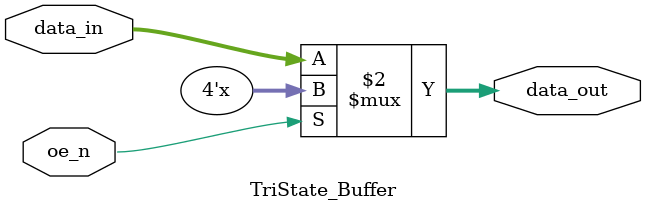
<source format=sv>
module TriState_AND(
    input oe_n,          // 低有效使能
    input [3:0] x, y,    // 输入数据
    output [3:0] z       // 输出数据
);
    // 内部连线
    wire [3:0] sub_result;
    
    // 实例化子模块
    Subtractor sub_op (
        .in1(x),
        .in2(y),
        .result(sub_result)
    );
    
    TriState_Buffer tri_buf (
        .oe_n(oe_n),
        .data_in(sub_result),
        .data_out(z)
    );
    
endmodule

// 二进制补码减法器子模块
module Subtractor #(
    parameter WIDTH = 4
)(
    input [WIDTH-1:0] in1, in2,
    output [WIDTH-1:0] result
);
    // 实现二进制补码减法（in1 - in2）
    wire [WIDTH-1:0] in2_complement;
    wire carry;
    
    // 计算二进制补码：对in2取反加1
    assign in2_complement = ~in2 + 1'b1;
    
    // 执行加法：in1 + (二进制补码of in2)
    assign {carry, result} = in1 + in2_complement;
endmodule

// 三态缓冲器子模块
module TriState_Buffer #(
    parameter WIDTH = 4
)(
    input oe_n,                  // 低有效使能
    input [WIDTH-1:0] data_in,   // 输入数据
    output [WIDTH-1:0] data_out  // 三态输出
);
    // 当oe_n为低时输出数据，否则为高阻态
    assign data_out = (~oe_n) ? data_in : {WIDTH{1'bz}};
endmodule
</source>
